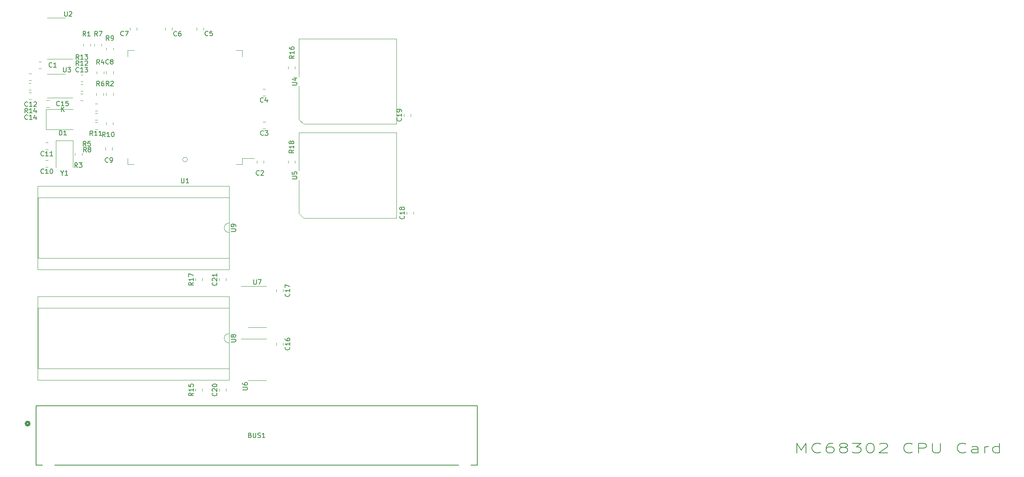
<source format=gbr>
%TF.GenerationSoftware,KiCad,Pcbnew,(6.0.7)*%
%TF.CreationDate,2023-04-14T14:37:01-06:00*%
%TF.ProjectId,mc68302-cpu-card,6d633638-3330-4322-9d63-70752d636172,rev?*%
%TF.SameCoordinates,Original*%
%TF.FileFunction,Legend,Top*%
%TF.FilePolarity,Positive*%
%FSLAX46Y46*%
G04 Gerber Fmt 4.6, Leading zero omitted, Abs format (unit mm)*
G04 Created by KiCad (PCBNEW (6.0.7)) date 2023-04-14 14:37:01*
%MOMM*%
%LPD*%
G01*
G04 APERTURE LIST*
%ADD10C,0.150000*%
%ADD11C,0.152400*%
%ADD12C,0.508000*%
%ADD13C,0.120000*%
G04 APERTURE END LIST*
D10*
X244498342Y-95087961D02*
X244498342Y-93087961D01*
X245498342Y-94516533D01*
X246498342Y-93087961D01*
X246498342Y-95087961D01*
X249641200Y-94897485D02*
X249498342Y-94992723D01*
X249069771Y-95087961D01*
X248784057Y-95087961D01*
X248355485Y-94992723D01*
X248069771Y-94802247D01*
X247926914Y-94611771D01*
X247784057Y-94230819D01*
X247784057Y-93945104D01*
X247926914Y-93564152D01*
X248069771Y-93373676D01*
X248355485Y-93183200D01*
X248784057Y-93087961D01*
X249069771Y-93087961D01*
X249498342Y-93183200D01*
X249641200Y-93278438D01*
X252212628Y-93087961D02*
X251641200Y-93087961D01*
X251355485Y-93183200D01*
X251212628Y-93278438D01*
X250926914Y-93564152D01*
X250784057Y-93945104D01*
X250784057Y-94707009D01*
X250926914Y-94897485D01*
X251069771Y-94992723D01*
X251355485Y-95087961D01*
X251926914Y-95087961D01*
X252212628Y-94992723D01*
X252355485Y-94897485D01*
X252498342Y-94707009D01*
X252498342Y-94230819D01*
X252355485Y-94040342D01*
X252212628Y-93945104D01*
X251926914Y-93849866D01*
X251355485Y-93849866D01*
X251069771Y-93945104D01*
X250926914Y-94040342D01*
X250784057Y-94230819D01*
X254212628Y-93945104D02*
X253926914Y-93849866D01*
X253784057Y-93754628D01*
X253641200Y-93564152D01*
X253641200Y-93468914D01*
X253784057Y-93278438D01*
X253926914Y-93183200D01*
X254212628Y-93087961D01*
X254784057Y-93087961D01*
X255069771Y-93183200D01*
X255212628Y-93278438D01*
X255355485Y-93468914D01*
X255355485Y-93564152D01*
X255212628Y-93754628D01*
X255069771Y-93849866D01*
X254784057Y-93945104D01*
X254212628Y-93945104D01*
X253926914Y-94040342D01*
X253784057Y-94135580D01*
X253641200Y-94326057D01*
X253641200Y-94707009D01*
X253784057Y-94897485D01*
X253926914Y-94992723D01*
X254212628Y-95087961D01*
X254784057Y-95087961D01*
X255069771Y-94992723D01*
X255212628Y-94897485D01*
X255355485Y-94707009D01*
X255355485Y-94326057D01*
X255212628Y-94135580D01*
X255069771Y-94040342D01*
X254784057Y-93945104D01*
X256355485Y-93087961D02*
X258212628Y-93087961D01*
X257212628Y-93849866D01*
X257641200Y-93849866D01*
X257926914Y-93945104D01*
X258069771Y-94040342D01*
X258212628Y-94230819D01*
X258212628Y-94707009D01*
X258069771Y-94897485D01*
X257926914Y-94992723D01*
X257641200Y-95087961D01*
X256784057Y-95087961D01*
X256498342Y-94992723D01*
X256355485Y-94897485D01*
X260069771Y-93087961D02*
X260355485Y-93087961D01*
X260641200Y-93183200D01*
X260784057Y-93278438D01*
X260926914Y-93468914D01*
X261069771Y-93849866D01*
X261069771Y-94326057D01*
X260926914Y-94707009D01*
X260784057Y-94897485D01*
X260641200Y-94992723D01*
X260355485Y-95087961D01*
X260069771Y-95087961D01*
X259784057Y-94992723D01*
X259641200Y-94897485D01*
X259498342Y-94707009D01*
X259355485Y-94326057D01*
X259355485Y-93849866D01*
X259498342Y-93468914D01*
X259641200Y-93278438D01*
X259784057Y-93183200D01*
X260069771Y-93087961D01*
X262212628Y-93278438D02*
X262355485Y-93183200D01*
X262641200Y-93087961D01*
X263355485Y-93087961D01*
X263641200Y-93183200D01*
X263784057Y-93278438D01*
X263926914Y-93468914D01*
X263926914Y-93659390D01*
X263784057Y-93945104D01*
X262069771Y-95087961D01*
X263926914Y-95087961D01*
X269212628Y-94897485D02*
X269069771Y-94992723D01*
X268641200Y-95087961D01*
X268355485Y-95087961D01*
X267926914Y-94992723D01*
X267641200Y-94802247D01*
X267498342Y-94611771D01*
X267355485Y-94230819D01*
X267355485Y-93945104D01*
X267498342Y-93564152D01*
X267641200Y-93373676D01*
X267926914Y-93183200D01*
X268355485Y-93087961D01*
X268641200Y-93087961D01*
X269069771Y-93183200D01*
X269212628Y-93278438D01*
X270498342Y-95087961D02*
X270498342Y-93087961D01*
X271641200Y-93087961D01*
X271926914Y-93183200D01*
X272069771Y-93278438D01*
X272212628Y-93468914D01*
X272212628Y-93754628D01*
X272069771Y-93945104D01*
X271926914Y-94040342D01*
X271641200Y-94135580D01*
X270498342Y-94135580D01*
X273498342Y-93087961D02*
X273498342Y-94707009D01*
X273641200Y-94897485D01*
X273784057Y-94992723D01*
X274069771Y-95087961D01*
X274641200Y-95087961D01*
X274926914Y-94992723D01*
X275069771Y-94897485D01*
X275212628Y-94707009D01*
X275212628Y-93087961D01*
X280641200Y-94897485D02*
X280498342Y-94992723D01*
X280069771Y-95087961D01*
X279784057Y-95087961D01*
X279355485Y-94992723D01*
X279069771Y-94802247D01*
X278926914Y-94611771D01*
X278784057Y-94230819D01*
X278784057Y-93945104D01*
X278926914Y-93564152D01*
X279069771Y-93373676D01*
X279355485Y-93183200D01*
X279784057Y-93087961D01*
X280069771Y-93087961D01*
X280498342Y-93183200D01*
X280641200Y-93278438D01*
X283212628Y-95087961D02*
X283212628Y-94040342D01*
X283069771Y-93849866D01*
X282784057Y-93754628D01*
X282212628Y-93754628D01*
X281926914Y-93849866D01*
X283212628Y-94992723D02*
X282926914Y-95087961D01*
X282212628Y-95087961D01*
X281926914Y-94992723D01*
X281784057Y-94802247D01*
X281784057Y-94611771D01*
X281926914Y-94421295D01*
X282212628Y-94326057D01*
X282926914Y-94326057D01*
X283212628Y-94230819D01*
X284641200Y-95087961D02*
X284641200Y-93754628D01*
X284641200Y-94135580D02*
X284784057Y-93945104D01*
X284926914Y-93849866D01*
X285212628Y-93754628D01*
X285498342Y-93754628D01*
X287784057Y-95087961D02*
X287784057Y-93087961D01*
X287784057Y-94992723D02*
X287498342Y-95087961D01*
X286926914Y-95087961D01*
X286641200Y-94992723D01*
X286498342Y-94897485D01*
X286355485Y-94707009D01*
X286355485Y-94135580D01*
X286498342Y-93945104D01*
X286641200Y-93849866D01*
X286926914Y-93754628D01*
X287498342Y-93754628D01*
X287784057Y-93849866D01*
%TO.C,BUS1*%
X127754238Y-91330471D02*
X127897095Y-91378090D01*
X127944714Y-91425709D01*
X127992333Y-91520947D01*
X127992333Y-91663804D01*
X127944714Y-91759042D01*
X127897095Y-91806661D01*
X127801857Y-91854280D01*
X127420904Y-91854280D01*
X127420904Y-90854280D01*
X127754238Y-90854280D01*
X127849476Y-90901900D01*
X127897095Y-90949519D01*
X127944714Y-91044757D01*
X127944714Y-91139995D01*
X127897095Y-91235233D01*
X127849476Y-91282852D01*
X127754238Y-91330471D01*
X127420904Y-91330471D01*
X128420904Y-90854280D02*
X128420904Y-91663804D01*
X128468523Y-91759042D01*
X128516142Y-91806661D01*
X128611380Y-91854280D01*
X128801857Y-91854280D01*
X128897095Y-91806661D01*
X128944714Y-91759042D01*
X128992333Y-91663804D01*
X128992333Y-90854280D01*
X129420904Y-91806661D02*
X129563761Y-91854280D01*
X129801857Y-91854280D01*
X129897095Y-91806661D01*
X129944714Y-91759042D01*
X129992333Y-91663804D01*
X129992333Y-91568566D01*
X129944714Y-91473328D01*
X129897095Y-91425709D01*
X129801857Y-91378090D01*
X129611380Y-91330471D01*
X129516142Y-91282852D01*
X129468523Y-91235233D01*
X129420904Y-91139995D01*
X129420904Y-91044757D01*
X129468523Y-90949519D01*
X129516142Y-90901900D01*
X129611380Y-90854280D01*
X129849476Y-90854280D01*
X129992333Y-90901900D01*
X130944714Y-91854280D02*
X130373285Y-91854280D01*
X130659000Y-91854280D02*
X130659000Y-90854280D01*
X130563761Y-90997138D01*
X130468523Y-91092376D01*
X130373285Y-91139995D01*
%TO.C,U8*%
X123702380Y-71373904D02*
X124511904Y-71373904D01*
X124607142Y-71326285D01*
X124654761Y-71278666D01*
X124702380Y-71183428D01*
X124702380Y-70992952D01*
X124654761Y-70897714D01*
X124607142Y-70850095D01*
X124511904Y-70802476D01*
X123702380Y-70802476D01*
X124130952Y-70183428D02*
X124083333Y-70278666D01*
X124035714Y-70326285D01*
X123940476Y-70373904D01*
X123892857Y-70373904D01*
X123797619Y-70326285D01*
X123750000Y-70278666D01*
X123702380Y-70183428D01*
X123702380Y-69992952D01*
X123750000Y-69897714D01*
X123797619Y-69850095D01*
X123892857Y-69802476D01*
X123940476Y-69802476D01*
X124035714Y-69850095D01*
X124083333Y-69897714D01*
X124130952Y-69992952D01*
X124130952Y-70183428D01*
X124178571Y-70278666D01*
X124226190Y-70326285D01*
X124321428Y-70373904D01*
X124511904Y-70373904D01*
X124607142Y-70326285D01*
X124654761Y-70278666D01*
X124702380Y-70183428D01*
X124702380Y-69992952D01*
X124654761Y-69897714D01*
X124607142Y-69850095D01*
X124511904Y-69802476D01*
X124321428Y-69802476D01*
X124226190Y-69850095D01*
X124178571Y-69897714D01*
X124130952Y-69992952D01*
%TO.C,D1*%
X87018904Y-27173180D02*
X87018904Y-26173180D01*
X87257000Y-26173180D01*
X87399857Y-26220800D01*
X87495095Y-26316038D01*
X87542714Y-26411276D01*
X87590333Y-26601752D01*
X87590333Y-26744609D01*
X87542714Y-26935085D01*
X87495095Y-27030323D01*
X87399857Y-27125561D01*
X87257000Y-27173180D01*
X87018904Y-27173180D01*
X88542714Y-27173180D02*
X87971285Y-27173180D01*
X88257000Y-27173180D02*
X88257000Y-26173180D01*
X88161761Y-26316038D01*
X88066523Y-26411276D01*
X87971285Y-26458895D01*
X87495095Y-22152180D02*
X87495095Y-21152180D01*
X88066523Y-22152180D02*
X87637952Y-21580752D01*
X88066523Y-21152180D02*
X87495095Y-21723609D01*
%TO.C,U6*%
X126198380Y-81640504D02*
X127007904Y-81640504D01*
X127103142Y-81592885D01*
X127150761Y-81545266D01*
X127198380Y-81450028D01*
X127198380Y-81259552D01*
X127150761Y-81164314D01*
X127103142Y-81116695D01*
X127007904Y-81069076D01*
X126198380Y-81069076D01*
X126198380Y-80164314D02*
X126198380Y-80354790D01*
X126246000Y-80450028D01*
X126293619Y-80497647D01*
X126436476Y-80592885D01*
X126626952Y-80640504D01*
X127007904Y-80640504D01*
X127103142Y-80592885D01*
X127150761Y-80545266D01*
X127198380Y-80450028D01*
X127198380Y-80259552D01*
X127150761Y-80164314D01*
X127103142Y-80116695D01*
X127007904Y-80069076D01*
X126769809Y-80069076D01*
X126674571Y-80116695D01*
X126626952Y-80164314D01*
X126579333Y-80259552D01*
X126579333Y-80450028D01*
X126626952Y-80545266D01*
X126674571Y-80592885D01*
X126769809Y-80640504D01*
%TO.C,Y1*%
X87636409Y-35256790D02*
X87636409Y-35732980D01*
X87303076Y-34732980D02*
X87636409Y-35256790D01*
X87969742Y-34732980D01*
X88826885Y-35732980D02*
X88255457Y-35732980D01*
X88541171Y-35732980D02*
X88541171Y-34732980D01*
X88445933Y-34875838D01*
X88350695Y-34971076D01*
X88255457Y-35018695D01*
%TO.C,U7*%
X128524095Y-58058380D02*
X128524095Y-58867904D01*
X128571714Y-58963142D01*
X128619333Y-59010761D01*
X128714571Y-59058380D01*
X128905047Y-59058380D01*
X129000285Y-59010761D01*
X129047904Y-58963142D01*
X129095523Y-58867904D01*
X129095523Y-58058380D01*
X129476476Y-58058380D02*
X130143142Y-58058380D01*
X129714571Y-59058380D01*
%TO.C,U9*%
X123702380Y-47751904D02*
X124511904Y-47751904D01*
X124607142Y-47704285D01*
X124654761Y-47656666D01*
X124702380Y-47561428D01*
X124702380Y-47370952D01*
X124654761Y-47275714D01*
X124607142Y-47228095D01*
X124511904Y-47180476D01*
X123702380Y-47180476D01*
X124702380Y-46656666D02*
X124702380Y-46466190D01*
X124654761Y-46370952D01*
X124607142Y-46323333D01*
X124464285Y-46228095D01*
X124273809Y-46180476D01*
X123892857Y-46180476D01*
X123797619Y-46228095D01*
X123750000Y-46275714D01*
X123702380Y-46370952D01*
X123702380Y-46561428D01*
X123750000Y-46656666D01*
X123797619Y-46704285D01*
X123892857Y-46751904D01*
X124130952Y-46751904D01*
X124226190Y-46704285D01*
X124273809Y-46656666D01*
X124321428Y-46561428D01*
X124321428Y-46370952D01*
X124273809Y-46275714D01*
X124226190Y-46228095D01*
X124130952Y-46180476D01*
%TO.C,U5*%
X136765580Y-36543704D02*
X137575104Y-36543704D01*
X137670342Y-36496085D01*
X137717961Y-36448466D01*
X137765580Y-36353228D01*
X137765580Y-36162752D01*
X137717961Y-36067514D01*
X137670342Y-36019895D01*
X137575104Y-35972276D01*
X136765580Y-35972276D01*
X136765580Y-35019895D02*
X136765580Y-35496085D01*
X137241771Y-35543704D01*
X137194152Y-35496085D01*
X137146533Y-35400847D01*
X137146533Y-35162752D01*
X137194152Y-35067514D01*
X137241771Y-35019895D01*
X137337009Y-34972276D01*
X137575104Y-34972276D01*
X137670342Y-35019895D01*
X137717961Y-35067514D01*
X137765580Y-35162752D01*
X137765580Y-35400847D01*
X137717961Y-35496085D01*
X137670342Y-35543704D01*
%TO.C,U4*%
X136765580Y-16433704D02*
X137575104Y-16433704D01*
X137670342Y-16386085D01*
X137717961Y-16338466D01*
X137765580Y-16243228D01*
X137765580Y-16052752D01*
X137717961Y-15957514D01*
X137670342Y-15909895D01*
X137575104Y-15862276D01*
X136765580Y-15862276D01*
X137098914Y-14957514D02*
X137765580Y-14957514D01*
X136717961Y-15195609D02*
X137432247Y-15433704D01*
X137432247Y-14814657D01*
%TO.C,U3*%
X87884095Y-12660380D02*
X87884095Y-13469904D01*
X87931714Y-13565142D01*
X87979333Y-13612761D01*
X88074571Y-13660380D01*
X88265047Y-13660380D01*
X88360285Y-13612761D01*
X88407904Y-13565142D01*
X88455523Y-13469904D01*
X88455523Y-12660380D01*
X88836476Y-12660380D02*
X89455523Y-12660380D01*
X89122190Y-13041333D01*
X89265047Y-13041333D01*
X89360285Y-13088952D01*
X89407904Y-13136571D01*
X89455523Y-13231809D01*
X89455523Y-13469904D01*
X89407904Y-13565142D01*
X89360285Y-13612761D01*
X89265047Y-13660380D01*
X88979333Y-13660380D01*
X88884095Y-13612761D01*
X88836476Y-13565142D01*
%TO.C,U2*%
X88138095Y-722380D02*
X88138095Y-1531904D01*
X88185714Y-1627142D01*
X88233333Y-1674761D01*
X88328571Y-1722380D01*
X88519047Y-1722380D01*
X88614285Y-1674761D01*
X88661904Y-1627142D01*
X88709523Y-1531904D01*
X88709523Y-722380D01*
X89138095Y-817619D02*
X89185714Y-770000D01*
X89280952Y-722380D01*
X89519047Y-722380D01*
X89614285Y-770000D01*
X89661904Y-817619D01*
X89709523Y-912857D01*
X89709523Y-1008095D01*
X89661904Y-1150952D01*
X89090476Y-1722380D01*
X89709523Y-1722380D01*
%TO.C,R18*%
X137104380Y-30335457D02*
X136628190Y-30668790D01*
X137104380Y-30906885D02*
X136104380Y-30906885D01*
X136104380Y-30525933D01*
X136152000Y-30430695D01*
X136199619Y-30383076D01*
X136294857Y-30335457D01*
X136437714Y-30335457D01*
X136532952Y-30383076D01*
X136580571Y-30430695D01*
X136628190Y-30525933D01*
X136628190Y-30906885D01*
X137104380Y-29383076D02*
X137104380Y-29954504D01*
X137104380Y-29668790D02*
X136104380Y-29668790D01*
X136247238Y-29764028D01*
X136342476Y-29859266D01*
X136390095Y-29954504D01*
X136532952Y-28811647D02*
X136485333Y-28906885D01*
X136437714Y-28954504D01*
X136342476Y-29002123D01*
X136294857Y-29002123D01*
X136199619Y-28954504D01*
X136152000Y-28906885D01*
X136104380Y-28811647D01*
X136104380Y-28621171D01*
X136152000Y-28525933D01*
X136199619Y-28478314D01*
X136294857Y-28430695D01*
X136342476Y-28430695D01*
X136437714Y-28478314D01*
X136485333Y-28525933D01*
X136532952Y-28621171D01*
X136532952Y-28811647D01*
X136580571Y-28906885D01*
X136628190Y-28954504D01*
X136723428Y-29002123D01*
X136913904Y-29002123D01*
X137009142Y-28954504D01*
X137056761Y-28906885D01*
X137104380Y-28811647D01*
X137104380Y-28621171D01*
X137056761Y-28525933D01*
X137009142Y-28478314D01*
X136913904Y-28430695D01*
X136723428Y-28430695D01*
X136628190Y-28478314D01*
X136580571Y-28525933D01*
X136532952Y-28621171D01*
%TO.C,R17*%
X115642380Y-58686857D02*
X115166190Y-59020190D01*
X115642380Y-59258285D02*
X114642380Y-59258285D01*
X114642380Y-58877333D01*
X114690000Y-58782095D01*
X114737619Y-58734476D01*
X114832857Y-58686857D01*
X114975714Y-58686857D01*
X115070952Y-58734476D01*
X115118571Y-58782095D01*
X115166190Y-58877333D01*
X115166190Y-59258285D01*
X115642380Y-57734476D02*
X115642380Y-58305904D01*
X115642380Y-58020190D02*
X114642380Y-58020190D01*
X114785238Y-58115428D01*
X114880476Y-58210666D01*
X114928095Y-58305904D01*
X114642380Y-57401142D02*
X114642380Y-56734476D01*
X115642380Y-57163047D01*
%TO.C,R16*%
X137155180Y-10167857D02*
X136678990Y-10501190D01*
X137155180Y-10739285D02*
X136155180Y-10739285D01*
X136155180Y-10358333D01*
X136202800Y-10263095D01*
X136250419Y-10215476D01*
X136345657Y-10167857D01*
X136488514Y-10167857D01*
X136583752Y-10215476D01*
X136631371Y-10263095D01*
X136678990Y-10358333D01*
X136678990Y-10739285D01*
X137155180Y-9215476D02*
X137155180Y-9786904D01*
X137155180Y-9501190D02*
X136155180Y-9501190D01*
X136298038Y-9596428D01*
X136393276Y-9691666D01*
X136440895Y-9786904D01*
X136155180Y-8358333D02*
X136155180Y-8548809D01*
X136202800Y-8644047D01*
X136250419Y-8691666D01*
X136393276Y-8786904D01*
X136583752Y-8834523D01*
X136964704Y-8834523D01*
X137059942Y-8786904D01*
X137107561Y-8739285D01*
X137155180Y-8644047D01*
X137155180Y-8453571D01*
X137107561Y-8358333D01*
X137059942Y-8310714D01*
X136964704Y-8263095D01*
X136726609Y-8263095D01*
X136631371Y-8310714D01*
X136583752Y-8358333D01*
X136536133Y-8453571D01*
X136536133Y-8644047D01*
X136583752Y-8739285D01*
X136631371Y-8786904D01*
X136726609Y-8834523D01*
%TO.C,R15*%
X115642380Y-82308857D02*
X115166190Y-82642190D01*
X115642380Y-82880285D02*
X114642380Y-82880285D01*
X114642380Y-82499333D01*
X114690000Y-82404095D01*
X114737619Y-82356476D01*
X114832857Y-82308857D01*
X114975714Y-82308857D01*
X115070952Y-82356476D01*
X115118571Y-82404095D01*
X115166190Y-82499333D01*
X115166190Y-82880285D01*
X115642380Y-81356476D02*
X115642380Y-81927904D01*
X115642380Y-81642190D02*
X114642380Y-81642190D01*
X114785238Y-81737428D01*
X114880476Y-81832666D01*
X114928095Y-81927904D01*
X114642380Y-80451714D02*
X114642380Y-80927904D01*
X115118571Y-80975523D01*
X115070952Y-80927904D01*
X115023333Y-80832666D01*
X115023333Y-80594571D01*
X115070952Y-80499333D01*
X115118571Y-80451714D01*
X115213809Y-80404095D01*
X115451904Y-80404095D01*
X115547142Y-80451714D01*
X115594761Y-80499333D01*
X115642380Y-80594571D01*
X115642380Y-80832666D01*
X115594761Y-80927904D01*
X115547142Y-80975523D01*
%TO.C,R14*%
X80256142Y-22423380D02*
X79922809Y-21947190D01*
X79684714Y-22423380D02*
X79684714Y-21423380D01*
X80065666Y-21423380D01*
X80160904Y-21471000D01*
X80208523Y-21518619D01*
X80256142Y-21613857D01*
X80256142Y-21756714D01*
X80208523Y-21851952D01*
X80160904Y-21899571D01*
X80065666Y-21947190D01*
X79684714Y-21947190D01*
X81208523Y-22423380D02*
X80637095Y-22423380D01*
X80922809Y-22423380D02*
X80922809Y-21423380D01*
X80827571Y-21566238D01*
X80732333Y-21661476D01*
X80637095Y-21709095D01*
X82065666Y-21756714D02*
X82065666Y-22423380D01*
X81827571Y-21375761D02*
X81589476Y-22090047D01*
X82208523Y-22090047D01*
%TO.C,R13*%
X91178142Y-10942580D02*
X90844809Y-10466390D01*
X90606714Y-10942580D02*
X90606714Y-9942580D01*
X90987666Y-9942580D01*
X91082904Y-9990200D01*
X91130523Y-10037819D01*
X91178142Y-10133057D01*
X91178142Y-10275914D01*
X91130523Y-10371152D01*
X91082904Y-10418771D01*
X90987666Y-10466390D01*
X90606714Y-10466390D01*
X92130523Y-10942580D02*
X91559095Y-10942580D01*
X91844809Y-10942580D02*
X91844809Y-9942580D01*
X91749571Y-10085438D01*
X91654333Y-10180676D01*
X91559095Y-10228295D01*
X92463857Y-9942580D02*
X93082904Y-9942580D01*
X92749571Y-10323533D01*
X92892428Y-10323533D01*
X92987666Y-10371152D01*
X93035285Y-10418771D01*
X93082904Y-10514009D01*
X93082904Y-10752104D01*
X93035285Y-10847342D01*
X92987666Y-10894961D01*
X92892428Y-10942580D01*
X92606714Y-10942580D01*
X92511476Y-10894961D01*
X92463857Y-10847342D01*
%TO.C,R12*%
X91178142Y-12263380D02*
X90844809Y-11787190D01*
X90606714Y-12263380D02*
X90606714Y-11263380D01*
X90987666Y-11263380D01*
X91082904Y-11311000D01*
X91130523Y-11358619D01*
X91178142Y-11453857D01*
X91178142Y-11596714D01*
X91130523Y-11691952D01*
X91082904Y-11739571D01*
X90987666Y-11787190D01*
X90606714Y-11787190D01*
X92130523Y-12263380D02*
X91559095Y-12263380D01*
X91844809Y-12263380D02*
X91844809Y-11263380D01*
X91749571Y-11406238D01*
X91654333Y-11501476D01*
X91559095Y-11549095D01*
X92511476Y-11358619D02*
X92559095Y-11311000D01*
X92654333Y-11263380D01*
X92892428Y-11263380D01*
X92987666Y-11311000D01*
X93035285Y-11358619D01*
X93082904Y-11453857D01*
X93082904Y-11549095D01*
X93035285Y-11691952D01*
X92463857Y-12263380D01*
X93082904Y-12263380D01*
%TO.C,R11*%
X94175342Y-27249380D02*
X93842009Y-26773190D01*
X93603914Y-27249380D02*
X93603914Y-26249380D01*
X93984866Y-26249380D01*
X94080104Y-26297000D01*
X94127723Y-26344619D01*
X94175342Y-26439857D01*
X94175342Y-26582714D01*
X94127723Y-26677952D01*
X94080104Y-26725571D01*
X93984866Y-26773190D01*
X93603914Y-26773190D01*
X95127723Y-27249380D02*
X94556295Y-27249380D01*
X94842009Y-27249380D02*
X94842009Y-26249380D01*
X94746771Y-26392238D01*
X94651533Y-26487476D01*
X94556295Y-26535095D01*
X96080104Y-27249380D02*
X95508676Y-27249380D01*
X95794390Y-27249380D02*
X95794390Y-26249380D01*
X95699152Y-26392238D01*
X95603914Y-26487476D01*
X95508676Y-26535095D01*
%TO.C,R10*%
X96816942Y-27503380D02*
X96483609Y-27027190D01*
X96245514Y-27503380D02*
X96245514Y-26503380D01*
X96626466Y-26503380D01*
X96721704Y-26551000D01*
X96769323Y-26598619D01*
X96816942Y-26693857D01*
X96816942Y-26836714D01*
X96769323Y-26931952D01*
X96721704Y-26979571D01*
X96626466Y-27027190D01*
X96245514Y-27027190D01*
X97769323Y-27503380D02*
X97197895Y-27503380D01*
X97483609Y-27503380D02*
X97483609Y-26503380D01*
X97388371Y-26646238D01*
X97293133Y-26741476D01*
X97197895Y-26789095D01*
X98388371Y-26503380D02*
X98483609Y-26503380D01*
X98578847Y-26551000D01*
X98626466Y-26598619D01*
X98674085Y-26693857D01*
X98721704Y-26884333D01*
X98721704Y-27122428D01*
X98674085Y-27312904D01*
X98626466Y-27408142D01*
X98578847Y-27455761D01*
X98483609Y-27503380D01*
X98388371Y-27503380D01*
X98293133Y-27455761D01*
X98245514Y-27408142D01*
X98197895Y-27312904D01*
X98150276Y-27122428D01*
X98150276Y-26884333D01*
X98197895Y-26693857D01*
X98245514Y-26598619D01*
X98293133Y-26551000D01*
X98388371Y-26503380D01*
%TO.C,R9*%
X97648733Y-6878580D02*
X97315400Y-6402390D01*
X97077304Y-6878580D02*
X97077304Y-5878580D01*
X97458257Y-5878580D01*
X97553495Y-5926200D01*
X97601114Y-5973819D01*
X97648733Y-6069057D01*
X97648733Y-6211914D01*
X97601114Y-6307152D01*
X97553495Y-6354771D01*
X97458257Y-6402390D01*
X97077304Y-6402390D01*
X98124923Y-6878580D02*
X98315400Y-6878580D01*
X98410638Y-6830961D01*
X98458257Y-6783342D01*
X98553495Y-6640485D01*
X98601114Y-6450009D01*
X98601114Y-6069057D01*
X98553495Y-5973819D01*
X98505876Y-5926200D01*
X98410638Y-5878580D01*
X98220161Y-5878580D01*
X98124923Y-5926200D01*
X98077304Y-5973819D01*
X98029685Y-6069057D01*
X98029685Y-6307152D01*
X98077304Y-6402390D01*
X98124923Y-6450009D01*
X98220161Y-6497628D01*
X98410638Y-6497628D01*
X98505876Y-6450009D01*
X98553495Y-6402390D01*
X98601114Y-6307152D01*
%TO.C,R8*%
X92771933Y-30754580D02*
X92438600Y-30278390D01*
X92200504Y-30754580D02*
X92200504Y-29754580D01*
X92581457Y-29754580D01*
X92676695Y-29802200D01*
X92724314Y-29849819D01*
X92771933Y-29945057D01*
X92771933Y-30087914D01*
X92724314Y-30183152D01*
X92676695Y-30230771D01*
X92581457Y-30278390D01*
X92200504Y-30278390D01*
X93343361Y-30183152D02*
X93248123Y-30135533D01*
X93200504Y-30087914D01*
X93152885Y-29992676D01*
X93152885Y-29945057D01*
X93200504Y-29849819D01*
X93248123Y-29802200D01*
X93343361Y-29754580D01*
X93533838Y-29754580D01*
X93629076Y-29802200D01*
X93676695Y-29849819D01*
X93724314Y-29945057D01*
X93724314Y-29992676D01*
X93676695Y-30087914D01*
X93629076Y-30135533D01*
X93533838Y-30183152D01*
X93343361Y-30183152D01*
X93248123Y-30230771D01*
X93200504Y-30278390D01*
X93152885Y-30373628D01*
X93152885Y-30564104D01*
X93200504Y-30659342D01*
X93248123Y-30706961D01*
X93343361Y-30754580D01*
X93533838Y-30754580D01*
X93629076Y-30706961D01*
X93676695Y-30659342D01*
X93724314Y-30564104D01*
X93724314Y-30373628D01*
X93676695Y-30278390D01*
X93629076Y-30230771D01*
X93533838Y-30183152D01*
%TO.C,R7*%
X95159533Y-5964180D02*
X94826200Y-5487990D01*
X94588104Y-5964180D02*
X94588104Y-4964180D01*
X94969057Y-4964180D01*
X95064295Y-5011800D01*
X95111914Y-5059419D01*
X95159533Y-5154657D01*
X95159533Y-5297514D01*
X95111914Y-5392752D01*
X95064295Y-5440371D01*
X94969057Y-5487990D01*
X94588104Y-5487990D01*
X95492866Y-4964180D02*
X96159533Y-4964180D01*
X95730961Y-5964180D01*
%TO.C,R6*%
X95616733Y-16632180D02*
X95283400Y-16155990D01*
X95045304Y-16632180D02*
X95045304Y-15632180D01*
X95426257Y-15632180D01*
X95521495Y-15679800D01*
X95569114Y-15727419D01*
X95616733Y-15822657D01*
X95616733Y-15965514D01*
X95569114Y-16060752D01*
X95521495Y-16108371D01*
X95426257Y-16155990D01*
X95045304Y-16155990D01*
X96473876Y-15632180D02*
X96283400Y-15632180D01*
X96188161Y-15679800D01*
X96140542Y-15727419D01*
X96045304Y-15870276D01*
X95997685Y-16060752D01*
X95997685Y-16441704D01*
X96045304Y-16536942D01*
X96092923Y-16584561D01*
X96188161Y-16632180D01*
X96378638Y-16632180D01*
X96473876Y-16584561D01*
X96521495Y-16536942D01*
X96569114Y-16441704D01*
X96569114Y-16203609D01*
X96521495Y-16108371D01*
X96473876Y-16060752D01*
X96378638Y-16013133D01*
X96188161Y-16013133D01*
X96092923Y-16060752D01*
X96045304Y-16108371D01*
X95997685Y-16203609D01*
%TO.C,R5*%
X92721133Y-29484580D02*
X92387800Y-29008390D01*
X92149704Y-29484580D02*
X92149704Y-28484580D01*
X92530657Y-28484580D01*
X92625895Y-28532200D01*
X92673514Y-28579819D01*
X92721133Y-28675057D01*
X92721133Y-28817914D01*
X92673514Y-28913152D01*
X92625895Y-28960771D01*
X92530657Y-29008390D01*
X92149704Y-29008390D01*
X93625895Y-28484580D02*
X93149704Y-28484580D01*
X93102085Y-28960771D01*
X93149704Y-28913152D01*
X93244942Y-28865533D01*
X93483038Y-28865533D01*
X93578276Y-28913152D01*
X93625895Y-28960771D01*
X93673514Y-29056009D01*
X93673514Y-29294104D01*
X93625895Y-29389342D01*
X93578276Y-29436961D01*
X93483038Y-29484580D01*
X93244942Y-29484580D01*
X93149704Y-29436961D01*
X93102085Y-29389342D01*
%TO.C,R4*%
X95616733Y-12009380D02*
X95283400Y-11533190D01*
X95045304Y-12009380D02*
X95045304Y-11009380D01*
X95426257Y-11009380D01*
X95521495Y-11057000D01*
X95569114Y-11104619D01*
X95616733Y-11199857D01*
X95616733Y-11342714D01*
X95569114Y-11437952D01*
X95521495Y-11485571D01*
X95426257Y-11533190D01*
X95045304Y-11533190D01*
X96473876Y-11342714D02*
X96473876Y-12009380D01*
X96235780Y-10961761D02*
X95997685Y-11676047D01*
X96616733Y-11676047D01*
%TO.C,R3*%
X90892333Y-34056580D02*
X90559000Y-33580390D01*
X90320904Y-34056580D02*
X90320904Y-33056580D01*
X90701857Y-33056580D01*
X90797095Y-33104200D01*
X90844714Y-33151819D01*
X90892333Y-33247057D01*
X90892333Y-33389914D01*
X90844714Y-33485152D01*
X90797095Y-33532771D01*
X90701857Y-33580390D01*
X90320904Y-33580390D01*
X91225666Y-33056580D02*
X91844714Y-33056580D01*
X91511380Y-33437533D01*
X91654238Y-33437533D01*
X91749476Y-33485152D01*
X91797095Y-33532771D01*
X91844714Y-33628009D01*
X91844714Y-33866104D01*
X91797095Y-33961342D01*
X91749476Y-34008961D01*
X91654238Y-34056580D01*
X91368523Y-34056580D01*
X91273285Y-34008961D01*
X91225666Y-33961342D01*
%TO.C,R2*%
X97597933Y-16632180D02*
X97264600Y-16155990D01*
X97026504Y-16632180D02*
X97026504Y-15632180D01*
X97407457Y-15632180D01*
X97502695Y-15679800D01*
X97550314Y-15727419D01*
X97597933Y-15822657D01*
X97597933Y-15965514D01*
X97550314Y-16060752D01*
X97502695Y-16108371D01*
X97407457Y-16155990D01*
X97026504Y-16155990D01*
X97978885Y-15727419D02*
X98026504Y-15679800D01*
X98121742Y-15632180D01*
X98359838Y-15632180D01*
X98455076Y-15679800D01*
X98502695Y-15727419D01*
X98550314Y-15822657D01*
X98550314Y-15917895D01*
X98502695Y-16060752D01*
X97931266Y-16632180D01*
X98550314Y-16632180D01*
%TO.C,R1*%
X92670333Y-5964180D02*
X92337000Y-5487990D01*
X92098904Y-5964180D02*
X92098904Y-4964180D01*
X92479857Y-4964180D01*
X92575095Y-5011800D01*
X92622714Y-5059419D01*
X92670333Y-5154657D01*
X92670333Y-5297514D01*
X92622714Y-5392752D01*
X92575095Y-5440371D01*
X92479857Y-5487990D01*
X92098904Y-5487990D01*
X93622714Y-5964180D02*
X93051285Y-5964180D01*
X93337000Y-5964180D02*
X93337000Y-4964180D01*
X93241761Y-5107038D01*
X93146523Y-5202276D01*
X93051285Y-5249895D01*
%TO.C,C21*%
X120597142Y-58686857D02*
X120644761Y-58734476D01*
X120692380Y-58877333D01*
X120692380Y-58972571D01*
X120644761Y-59115428D01*
X120549523Y-59210666D01*
X120454285Y-59258285D01*
X120263809Y-59305904D01*
X120120952Y-59305904D01*
X119930476Y-59258285D01*
X119835238Y-59210666D01*
X119740000Y-59115428D01*
X119692380Y-58972571D01*
X119692380Y-58877333D01*
X119740000Y-58734476D01*
X119787619Y-58686857D01*
X119787619Y-58305904D02*
X119740000Y-58258285D01*
X119692380Y-58163047D01*
X119692380Y-57924952D01*
X119740000Y-57829714D01*
X119787619Y-57782095D01*
X119882857Y-57734476D01*
X119978095Y-57734476D01*
X120120952Y-57782095D01*
X120692380Y-58353523D01*
X120692380Y-57734476D01*
X120692380Y-56782095D02*
X120692380Y-57353523D01*
X120692380Y-57067809D02*
X119692380Y-57067809D01*
X119835238Y-57163047D01*
X119930476Y-57258285D01*
X119978095Y-57353523D01*
%TO.C,C20*%
X120597142Y-82308857D02*
X120644761Y-82356476D01*
X120692380Y-82499333D01*
X120692380Y-82594571D01*
X120644761Y-82737428D01*
X120549523Y-82832666D01*
X120454285Y-82880285D01*
X120263809Y-82927904D01*
X120120952Y-82927904D01*
X119930476Y-82880285D01*
X119835238Y-82832666D01*
X119740000Y-82737428D01*
X119692380Y-82594571D01*
X119692380Y-82499333D01*
X119740000Y-82356476D01*
X119787619Y-82308857D01*
X119787619Y-81927904D02*
X119740000Y-81880285D01*
X119692380Y-81785047D01*
X119692380Y-81546952D01*
X119740000Y-81451714D01*
X119787619Y-81404095D01*
X119882857Y-81356476D01*
X119978095Y-81356476D01*
X120120952Y-81404095D01*
X120692380Y-81975523D01*
X120692380Y-81356476D01*
X119692380Y-80737428D02*
X119692380Y-80642190D01*
X119740000Y-80546952D01*
X119787619Y-80499333D01*
X119882857Y-80451714D01*
X120073333Y-80404095D01*
X120311428Y-80404095D01*
X120501904Y-80451714D01*
X120597142Y-80499333D01*
X120644761Y-80546952D01*
X120692380Y-80642190D01*
X120692380Y-80737428D01*
X120644761Y-80832666D01*
X120597142Y-80880285D01*
X120501904Y-80927904D01*
X120311428Y-80975523D01*
X120073333Y-80975523D01*
X119882857Y-80927904D01*
X119787619Y-80880285D01*
X119740000Y-80832666D01*
X119692380Y-80737428D01*
%TO.C,C19*%
X160017942Y-23528257D02*
X160065561Y-23575876D01*
X160113180Y-23718733D01*
X160113180Y-23813971D01*
X160065561Y-23956828D01*
X159970323Y-24052066D01*
X159875085Y-24099685D01*
X159684609Y-24147304D01*
X159541752Y-24147304D01*
X159351276Y-24099685D01*
X159256038Y-24052066D01*
X159160800Y-23956828D01*
X159113180Y-23813971D01*
X159113180Y-23718733D01*
X159160800Y-23575876D01*
X159208419Y-23528257D01*
X160113180Y-22575876D02*
X160113180Y-23147304D01*
X160113180Y-22861590D02*
X159113180Y-22861590D01*
X159256038Y-22956828D01*
X159351276Y-23052066D01*
X159398895Y-23147304D01*
X160113180Y-22099685D02*
X160113180Y-21909209D01*
X160065561Y-21813971D01*
X160017942Y-21766352D01*
X159875085Y-21671114D01*
X159684609Y-21623495D01*
X159303657Y-21623495D01*
X159208419Y-21671114D01*
X159160800Y-21718733D01*
X159113180Y-21813971D01*
X159113180Y-22004447D01*
X159160800Y-22099685D01*
X159208419Y-22147304D01*
X159303657Y-22194923D01*
X159541752Y-22194923D01*
X159636990Y-22147304D01*
X159684609Y-22099685D01*
X159732228Y-22004447D01*
X159732228Y-21813971D01*
X159684609Y-21718733D01*
X159636990Y-21671114D01*
X159541752Y-21623495D01*
%TO.C,C18*%
X160627542Y-44457857D02*
X160675161Y-44505476D01*
X160722780Y-44648333D01*
X160722780Y-44743571D01*
X160675161Y-44886428D01*
X160579923Y-44981666D01*
X160484685Y-45029285D01*
X160294209Y-45076904D01*
X160151352Y-45076904D01*
X159960876Y-45029285D01*
X159865638Y-44981666D01*
X159770400Y-44886428D01*
X159722780Y-44743571D01*
X159722780Y-44648333D01*
X159770400Y-44505476D01*
X159818019Y-44457857D01*
X160722780Y-43505476D02*
X160722780Y-44076904D01*
X160722780Y-43791190D02*
X159722780Y-43791190D01*
X159865638Y-43886428D01*
X159960876Y-43981666D01*
X160008495Y-44076904D01*
X160151352Y-42934047D02*
X160103733Y-43029285D01*
X160056114Y-43076904D01*
X159960876Y-43124523D01*
X159913257Y-43124523D01*
X159818019Y-43076904D01*
X159770400Y-43029285D01*
X159722780Y-42934047D01*
X159722780Y-42743571D01*
X159770400Y-42648333D01*
X159818019Y-42600714D01*
X159913257Y-42553095D01*
X159960876Y-42553095D01*
X160056114Y-42600714D01*
X160103733Y-42648333D01*
X160151352Y-42743571D01*
X160151352Y-42934047D01*
X160198971Y-43029285D01*
X160246590Y-43076904D01*
X160341828Y-43124523D01*
X160532304Y-43124523D01*
X160627542Y-43076904D01*
X160675161Y-43029285D01*
X160722780Y-42934047D01*
X160722780Y-42743571D01*
X160675161Y-42648333D01*
X160627542Y-42600714D01*
X160532304Y-42553095D01*
X160341828Y-42553095D01*
X160246590Y-42600714D01*
X160198971Y-42648333D01*
X160151352Y-42743571D01*
%TO.C,C17*%
X136149142Y-61049057D02*
X136196761Y-61096676D01*
X136244380Y-61239533D01*
X136244380Y-61334771D01*
X136196761Y-61477628D01*
X136101523Y-61572866D01*
X136006285Y-61620485D01*
X135815809Y-61668104D01*
X135672952Y-61668104D01*
X135482476Y-61620485D01*
X135387238Y-61572866D01*
X135292000Y-61477628D01*
X135244380Y-61334771D01*
X135244380Y-61239533D01*
X135292000Y-61096676D01*
X135339619Y-61049057D01*
X136244380Y-60096676D02*
X136244380Y-60668104D01*
X136244380Y-60382390D02*
X135244380Y-60382390D01*
X135387238Y-60477628D01*
X135482476Y-60572866D01*
X135530095Y-60668104D01*
X135244380Y-59763342D02*
X135244380Y-59096676D01*
X136244380Y-59525247D01*
%TO.C,C16*%
X136145542Y-72479057D02*
X136193161Y-72526676D01*
X136240780Y-72669533D01*
X136240780Y-72764771D01*
X136193161Y-72907628D01*
X136097923Y-73002866D01*
X136002685Y-73050485D01*
X135812209Y-73098104D01*
X135669352Y-73098104D01*
X135478876Y-73050485D01*
X135383638Y-73002866D01*
X135288400Y-72907628D01*
X135240780Y-72764771D01*
X135240780Y-72669533D01*
X135288400Y-72526676D01*
X135336019Y-72479057D01*
X136240780Y-71526676D02*
X136240780Y-72098104D01*
X136240780Y-71812390D02*
X135240780Y-71812390D01*
X135383638Y-71907628D01*
X135478876Y-72002866D01*
X135526495Y-72098104D01*
X135240780Y-70669533D02*
X135240780Y-70860009D01*
X135288400Y-70955247D01*
X135336019Y-71002866D01*
X135478876Y-71098104D01*
X135669352Y-71145723D01*
X136050304Y-71145723D01*
X136145542Y-71098104D01*
X136193161Y-71050485D01*
X136240780Y-70955247D01*
X136240780Y-70764771D01*
X136193161Y-70669533D01*
X136145542Y-70621914D01*
X136050304Y-70574295D01*
X135812209Y-70574295D01*
X135716971Y-70621914D01*
X135669352Y-70669533D01*
X135621733Y-70764771D01*
X135621733Y-70955247D01*
X135669352Y-71050485D01*
X135716971Y-71098104D01*
X135812209Y-71145723D01*
%TO.C,C15*%
X87063342Y-20804142D02*
X87015723Y-20851761D01*
X86872866Y-20899380D01*
X86777628Y-20899380D01*
X86634771Y-20851761D01*
X86539533Y-20756523D01*
X86491914Y-20661285D01*
X86444295Y-20470809D01*
X86444295Y-20327952D01*
X86491914Y-20137476D01*
X86539533Y-20042238D01*
X86634771Y-19947000D01*
X86777628Y-19899380D01*
X86872866Y-19899380D01*
X87015723Y-19947000D01*
X87063342Y-19994619D01*
X88015723Y-20899380D02*
X87444295Y-20899380D01*
X87730009Y-20899380D02*
X87730009Y-19899380D01*
X87634771Y-20042238D01*
X87539533Y-20137476D01*
X87444295Y-20185095D01*
X88920485Y-19899380D02*
X88444295Y-19899380D01*
X88396676Y-20375571D01*
X88444295Y-20327952D01*
X88539533Y-20280333D01*
X88777628Y-20280333D01*
X88872866Y-20327952D01*
X88920485Y-20375571D01*
X88968104Y-20470809D01*
X88968104Y-20708904D01*
X88920485Y-20804142D01*
X88872866Y-20851761D01*
X88777628Y-20899380D01*
X88539533Y-20899380D01*
X88444295Y-20851761D01*
X88396676Y-20804142D01*
%TO.C,C14*%
X80256142Y-23725142D02*
X80208523Y-23772761D01*
X80065666Y-23820380D01*
X79970428Y-23820380D01*
X79827571Y-23772761D01*
X79732333Y-23677523D01*
X79684714Y-23582285D01*
X79637095Y-23391809D01*
X79637095Y-23248952D01*
X79684714Y-23058476D01*
X79732333Y-22963238D01*
X79827571Y-22868000D01*
X79970428Y-22820380D01*
X80065666Y-22820380D01*
X80208523Y-22868000D01*
X80256142Y-22915619D01*
X81208523Y-23820380D02*
X80637095Y-23820380D01*
X80922809Y-23820380D02*
X80922809Y-22820380D01*
X80827571Y-22963238D01*
X80732333Y-23058476D01*
X80637095Y-23106095D01*
X82065666Y-23153714D02*
X82065666Y-23820380D01*
X81827571Y-22772761D02*
X81589476Y-23487047D01*
X82208523Y-23487047D01*
%TO.C,C13*%
X91178142Y-13565142D02*
X91130523Y-13612761D01*
X90987666Y-13660380D01*
X90892428Y-13660380D01*
X90749571Y-13612761D01*
X90654333Y-13517523D01*
X90606714Y-13422285D01*
X90559095Y-13231809D01*
X90559095Y-13088952D01*
X90606714Y-12898476D01*
X90654333Y-12803238D01*
X90749571Y-12708000D01*
X90892428Y-12660380D01*
X90987666Y-12660380D01*
X91130523Y-12708000D01*
X91178142Y-12755619D01*
X92130523Y-13660380D02*
X91559095Y-13660380D01*
X91844809Y-13660380D02*
X91844809Y-12660380D01*
X91749571Y-12803238D01*
X91654333Y-12898476D01*
X91559095Y-12946095D01*
X92463857Y-12660380D02*
X93082904Y-12660380D01*
X92749571Y-13041333D01*
X92892428Y-13041333D01*
X92987666Y-13088952D01*
X93035285Y-13136571D01*
X93082904Y-13231809D01*
X93082904Y-13469904D01*
X93035285Y-13565142D01*
X92987666Y-13612761D01*
X92892428Y-13660380D01*
X92606714Y-13660380D01*
X92511476Y-13612761D01*
X92463857Y-13565142D01*
%TO.C,C12*%
X80256142Y-20931142D02*
X80208523Y-20978761D01*
X80065666Y-21026380D01*
X79970428Y-21026380D01*
X79827571Y-20978761D01*
X79732333Y-20883523D01*
X79684714Y-20788285D01*
X79637095Y-20597809D01*
X79637095Y-20454952D01*
X79684714Y-20264476D01*
X79732333Y-20169238D01*
X79827571Y-20074000D01*
X79970428Y-20026380D01*
X80065666Y-20026380D01*
X80208523Y-20074000D01*
X80256142Y-20121619D01*
X81208523Y-21026380D02*
X80637095Y-21026380D01*
X80922809Y-21026380D02*
X80922809Y-20026380D01*
X80827571Y-20169238D01*
X80732333Y-20264476D01*
X80637095Y-20312095D01*
X81589476Y-20121619D02*
X81637095Y-20074000D01*
X81732333Y-20026380D01*
X81970428Y-20026380D01*
X82065666Y-20074000D01*
X82113285Y-20121619D01*
X82160904Y-20216857D01*
X82160904Y-20312095D01*
X82113285Y-20454952D01*
X81541857Y-21026380D01*
X82160904Y-21026380D01*
%TO.C,C11*%
X83710542Y-31526542D02*
X83662923Y-31574161D01*
X83520066Y-31621780D01*
X83424828Y-31621780D01*
X83281971Y-31574161D01*
X83186733Y-31478923D01*
X83139114Y-31383685D01*
X83091495Y-31193209D01*
X83091495Y-31050352D01*
X83139114Y-30859876D01*
X83186733Y-30764638D01*
X83281971Y-30669400D01*
X83424828Y-30621780D01*
X83520066Y-30621780D01*
X83662923Y-30669400D01*
X83710542Y-30717019D01*
X84662923Y-31621780D02*
X84091495Y-31621780D01*
X84377209Y-31621780D02*
X84377209Y-30621780D01*
X84281971Y-30764638D01*
X84186733Y-30859876D01*
X84091495Y-30907495D01*
X85615304Y-31621780D02*
X85043876Y-31621780D01*
X85329590Y-31621780D02*
X85329590Y-30621780D01*
X85234352Y-30764638D01*
X85139114Y-30859876D01*
X85043876Y-30907495D01*
%TO.C,C10*%
X83710542Y-35285742D02*
X83662923Y-35333361D01*
X83520066Y-35380980D01*
X83424828Y-35380980D01*
X83281971Y-35333361D01*
X83186733Y-35238123D01*
X83139114Y-35142885D01*
X83091495Y-34952409D01*
X83091495Y-34809552D01*
X83139114Y-34619076D01*
X83186733Y-34523838D01*
X83281971Y-34428600D01*
X83424828Y-34380980D01*
X83520066Y-34380980D01*
X83662923Y-34428600D01*
X83710542Y-34476219D01*
X84662923Y-35380980D02*
X84091495Y-35380980D01*
X84377209Y-35380980D02*
X84377209Y-34380980D01*
X84281971Y-34523838D01*
X84186733Y-34619076D01*
X84091495Y-34666695D01*
X85281971Y-34380980D02*
X85377209Y-34380980D01*
X85472447Y-34428600D01*
X85520066Y-34476219D01*
X85567685Y-34571457D01*
X85615304Y-34761933D01*
X85615304Y-35000028D01*
X85567685Y-35190504D01*
X85520066Y-35285742D01*
X85472447Y-35333361D01*
X85377209Y-35380980D01*
X85281971Y-35380980D01*
X85186733Y-35333361D01*
X85139114Y-35285742D01*
X85091495Y-35190504D01*
X85043876Y-35000028D01*
X85043876Y-34761933D01*
X85091495Y-34571457D01*
X85139114Y-34476219D01*
X85186733Y-34428600D01*
X85281971Y-34380980D01*
%TO.C,C9*%
X97445533Y-32894542D02*
X97397914Y-32942161D01*
X97255057Y-32989780D01*
X97159819Y-32989780D01*
X97016961Y-32942161D01*
X96921723Y-32846923D01*
X96874104Y-32751685D01*
X96826485Y-32561209D01*
X96826485Y-32418352D01*
X96874104Y-32227876D01*
X96921723Y-32132638D01*
X97016961Y-32037400D01*
X97159819Y-31989780D01*
X97255057Y-31989780D01*
X97397914Y-32037400D01*
X97445533Y-32085019D01*
X97921723Y-32989780D02*
X98112200Y-32989780D01*
X98207438Y-32942161D01*
X98255057Y-32894542D01*
X98350295Y-32751685D01*
X98397914Y-32561209D01*
X98397914Y-32180257D01*
X98350295Y-32085019D01*
X98302676Y-32037400D01*
X98207438Y-31989780D01*
X98016961Y-31989780D01*
X97921723Y-32037400D01*
X97874104Y-32085019D01*
X97826485Y-32180257D01*
X97826485Y-32418352D01*
X97874104Y-32513590D01*
X97921723Y-32561209D01*
X98016961Y-32608828D01*
X98207438Y-32608828D01*
X98302676Y-32561209D01*
X98350295Y-32513590D01*
X98397914Y-32418352D01*
%TO.C,C8*%
X97547133Y-11863342D02*
X97499514Y-11910961D01*
X97356657Y-11958580D01*
X97261419Y-11958580D01*
X97118561Y-11910961D01*
X97023323Y-11815723D01*
X96975704Y-11720485D01*
X96928085Y-11530009D01*
X96928085Y-11387152D01*
X96975704Y-11196676D01*
X97023323Y-11101438D01*
X97118561Y-11006200D01*
X97261419Y-10958580D01*
X97356657Y-10958580D01*
X97499514Y-11006200D01*
X97547133Y-11053819D01*
X98118561Y-11387152D02*
X98023323Y-11339533D01*
X97975704Y-11291914D01*
X97928085Y-11196676D01*
X97928085Y-11149057D01*
X97975704Y-11053819D01*
X98023323Y-11006200D01*
X98118561Y-10958580D01*
X98309038Y-10958580D01*
X98404276Y-11006200D01*
X98451895Y-11053819D01*
X98499514Y-11149057D01*
X98499514Y-11196676D01*
X98451895Y-11291914D01*
X98404276Y-11339533D01*
X98309038Y-11387152D01*
X98118561Y-11387152D01*
X98023323Y-11434771D01*
X97975704Y-11482390D01*
X97928085Y-11577628D01*
X97928085Y-11768104D01*
X97975704Y-11863342D01*
X98023323Y-11910961D01*
X98118561Y-11958580D01*
X98309038Y-11958580D01*
X98404276Y-11910961D01*
X98451895Y-11863342D01*
X98499514Y-11768104D01*
X98499514Y-11577628D01*
X98451895Y-11482390D01*
X98404276Y-11434771D01*
X98309038Y-11387152D01*
%TO.C,C7*%
X100747533Y-5818142D02*
X100699914Y-5865761D01*
X100557057Y-5913380D01*
X100461819Y-5913380D01*
X100318961Y-5865761D01*
X100223723Y-5770523D01*
X100176104Y-5675285D01*
X100128485Y-5484809D01*
X100128485Y-5341952D01*
X100176104Y-5151476D01*
X100223723Y-5056238D01*
X100318961Y-4961000D01*
X100461819Y-4913380D01*
X100557057Y-4913380D01*
X100699914Y-4961000D01*
X100747533Y-5008619D01*
X101080866Y-4913380D02*
X101747533Y-4913380D01*
X101318961Y-5913380D01*
%TO.C,C6*%
X112075933Y-5868942D02*
X112028314Y-5916561D01*
X111885457Y-5964180D01*
X111790219Y-5964180D01*
X111647361Y-5916561D01*
X111552123Y-5821323D01*
X111504504Y-5726085D01*
X111456885Y-5535609D01*
X111456885Y-5392752D01*
X111504504Y-5202276D01*
X111552123Y-5107038D01*
X111647361Y-5011800D01*
X111790219Y-4964180D01*
X111885457Y-4964180D01*
X112028314Y-5011800D01*
X112075933Y-5059419D01*
X112933076Y-4964180D02*
X112742600Y-4964180D01*
X112647361Y-5011800D01*
X112599742Y-5059419D01*
X112504504Y-5202276D01*
X112456885Y-5392752D01*
X112456885Y-5773704D01*
X112504504Y-5868942D01*
X112552123Y-5916561D01*
X112647361Y-5964180D01*
X112837838Y-5964180D01*
X112933076Y-5916561D01*
X112980695Y-5868942D01*
X113028314Y-5773704D01*
X113028314Y-5535609D01*
X112980695Y-5440371D01*
X112933076Y-5392752D01*
X112837838Y-5345133D01*
X112647361Y-5345133D01*
X112552123Y-5392752D01*
X112504504Y-5440371D01*
X112456885Y-5535609D01*
%TO.C,C5*%
X118781533Y-5818142D02*
X118733914Y-5865761D01*
X118591057Y-5913380D01*
X118495819Y-5913380D01*
X118352961Y-5865761D01*
X118257723Y-5770523D01*
X118210104Y-5675285D01*
X118162485Y-5484809D01*
X118162485Y-5341952D01*
X118210104Y-5151476D01*
X118257723Y-5056238D01*
X118352961Y-4961000D01*
X118495819Y-4913380D01*
X118591057Y-4913380D01*
X118733914Y-4961000D01*
X118781533Y-5008619D01*
X119686295Y-4913380D02*
X119210104Y-4913380D01*
X119162485Y-5389571D01*
X119210104Y-5341952D01*
X119305342Y-5294333D01*
X119543438Y-5294333D01*
X119638676Y-5341952D01*
X119686295Y-5389571D01*
X119733914Y-5484809D01*
X119733914Y-5722904D01*
X119686295Y-5818142D01*
X119638676Y-5865761D01*
X119543438Y-5913380D01*
X119305342Y-5913380D01*
X119210104Y-5865761D01*
X119162485Y-5818142D01*
%TO.C,C4*%
X130567133Y-20045742D02*
X130519514Y-20093361D01*
X130376657Y-20140980D01*
X130281419Y-20140980D01*
X130138561Y-20093361D01*
X130043323Y-19998123D01*
X129995704Y-19902885D01*
X129948085Y-19712409D01*
X129948085Y-19569552D01*
X129995704Y-19379076D01*
X130043323Y-19283838D01*
X130138561Y-19188600D01*
X130281419Y-19140980D01*
X130376657Y-19140980D01*
X130519514Y-19188600D01*
X130567133Y-19236219D01*
X131424276Y-19474314D02*
X131424276Y-20140980D01*
X131186180Y-19093361D02*
X130948085Y-19807647D01*
X131567133Y-19807647D01*
%TO.C,C3*%
X130617933Y-27106942D02*
X130570314Y-27154561D01*
X130427457Y-27202180D01*
X130332219Y-27202180D01*
X130189361Y-27154561D01*
X130094123Y-27059323D01*
X130046504Y-26964085D01*
X129998885Y-26773609D01*
X129998885Y-26630752D01*
X130046504Y-26440276D01*
X130094123Y-26345038D01*
X130189361Y-26249800D01*
X130332219Y-26202180D01*
X130427457Y-26202180D01*
X130570314Y-26249800D01*
X130617933Y-26297419D01*
X130951266Y-26202180D02*
X131570314Y-26202180D01*
X131236980Y-26583133D01*
X131379838Y-26583133D01*
X131475076Y-26630752D01*
X131522695Y-26678371D01*
X131570314Y-26773609D01*
X131570314Y-27011704D01*
X131522695Y-27106942D01*
X131475076Y-27154561D01*
X131379838Y-27202180D01*
X131094123Y-27202180D01*
X130998885Y-27154561D01*
X130951266Y-27106942D01*
%TO.C,C2*%
X129703533Y-35637742D02*
X129655914Y-35685361D01*
X129513057Y-35732980D01*
X129417819Y-35732980D01*
X129274961Y-35685361D01*
X129179723Y-35590123D01*
X129132104Y-35494885D01*
X129084485Y-35304409D01*
X129084485Y-35161552D01*
X129132104Y-34971076D01*
X129179723Y-34875838D01*
X129274961Y-34780600D01*
X129417819Y-34732980D01*
X129513057Y-34732980D01*
X129655914Y-34780600D01*
X129703533Y-34828219D01*
X130084485Y-34828219D02*
X130132104Y-34780600D01*
X130227342Y-34732980D01*
X130465438Y-34732980D01*
X130560676Y-34780600D01*
X130608295Y-34828219D01*
X130655914Y-34923457D01*
X130655914Y-35018695D01*
X130608295Y-35161552D01*
X130036866Y-35732980D01*
X130655914Y-35732980D01*
%TO.C,C1*%
X85431333Y-12549142D02*
X85383714Y-12596761D01*
X85240857Y-12644380D01*
X85145619Y-12644380D01*
X85002761Y-12596761D01*
X84907523Y-12501523D01*
X84859904Y-12406285D01*
X84812285Y-12215809D01*
X84812285Y-12072952D01*
X84859904Y-11882476D01*
X84907523Y-11787238D01*
X85002761Y-11692000D01*
X85145619Y-11644380D01*
X85240857Y-11644380D01*
X85383714Y-11692000D01*
X85431333Y-11739619D01*
X86383714Y-12644380D02*
X85812285Y-12644380D01*
X86098000Y-12644380D02*
X86098000Y-11644380D01*
X86002761Y-11787238D01*
X85907523Y-11882476D01*
X85812285Y-11930095D01*
%TO.C,U1*%
X113106295Y-36383880D02*
X113106295Y-37193404D01*
X113153914Y-37288642D01*
X113201533Y-37336261D01*
X113296771Y-37383880D01*
X113487247Y-37383880D01*
X113582485Y-37336261D01*
X113630104Y-37288642D01*
X113677723Y-37193404D01*
X113677723Y-36383880D01*
X114677723Y-37383880D02*
X114106295Y-37383880D01*
X114392009Y-37383880D02*
X114392009Y-36383880D01*
X114296771Y-36526738D01*
X114201533Y-36621976D01*
X114106295Y-36669595D01*
D11*
%TO.C,BUS1*%
X174903506Y-97777300D02*
X176288700Y-97777300D01*
X82029300Y-85026500D02*
X82029300Y-97777300D01*
X176288700Y-97777300D02*
X176288700Y-85026500D01*
X86003506Y-97777300D02*
X172314494Y-97777300D01*
X176288700Y-85026500D02*
X82029300Y-85026500D01*
X82029300Y-97777300D02*
X83414494Y-97777300D01*
D12*
X80632300Y-88861900D02*
G75*
G03*
X80632300Y-88861900I-381000J0D01*
G01*
D13*
%TO.C,U8*%
X123250000Y-64152000D02*
X82490000Y-64152000D01*
X82430000Y-61662000D02*
X82430000Y-79562000D01*
X123310000Y-79562000D02*
X123310000Y-61662000D01*
X82490000Y-77072000D02*
X123250000Y-77072000D01*
X82490000Y-64152000D02*
X82490000Y-77072000D01*
X123250000Y-69612000D02*
X123250000Y-64152000D01*
X82430000Y-79562000D02*
X123310000Y-79562000D01*
X123250000Y-77072000D02*
X123250000Y-71612000D01*
X123310000Y-61662000D02*
X82430000Y-61662000D01*
X123250000Y-69612000D02*
G75*
G03*
X123250000Y-71612000I0J-1000000D01*
G01*
%TO.C,D1*%
X84207000Y-21649800D02*
X89907000Y-21649800D01*
X84207000Y-21649800D02*
X84207000Y-25949800D01*
X84207000Y-25949800D02*
X89907000Y-25949800D01*
%TO.C,U6*%
X129286000Y-70754000D02*
X131236000Y-70754000D01*
X129286000Y-79624000D02*
X131236000Y-79624000D01*
X129286000Y-70754000D02*
X125836000Y-70754000D01*
X129286000Y-79624000D02*
X127336000Y-79624000D01*
%TO.C,Y1*%
X86312600Y-28319000D02*
X86312600Y-34069000D01*
X89912600Y-34069000D02*
X89912600Y-28319000D01*
X89912600Y-28319000D02*
X86312600Y-28319000D01*
%TO.C,U7*%
X129286000Y-59451000D02*
X131236000Y-59451000D01*
X129286000Y-68321000D02*
X131236000Y-68321000D01*
X129286000Y-59451000D02*
X125836000Y-59451000D01*
X129286000Y-68321000D02*
X127336000Y-68321000D01*
%TO.C,U9*%
X123250000Y-45990000D02*
G75*
G03*
X123250000Y-47990000I0J-1000000D01*
G01*
X123310000Y-38040000D02*
X82430000Y-38040000D01*
X123250000Y-53450000D02*
X123250000Y-47990000D01*
X82430000Y-55940000D02*
X123310000Y-55940000D01*
X123250000Y-45990000D02*
X123250000Y-40530000D01*
X82490000Y-40530000D02*
X82490000Y-53450000D01*
X82490000Y-53450000D02*
X123250000Y-53450000D01*
X123310000Y-55940000D02*
X123310000Y-38040000D01*
X82430000Y-38040000D02*
X82430000Y-55940000D01*
X123250000Y-40530000D02*
X82490000Y-40530000D01*
%TO.C,U5*%
X138213200Y-43906800D02*
X139213200Y-44906800D01*
X159013200Y-26656800D02*
X138213200Y-26656800D01*
X138213200Y-26656800D02*
X138213200Y-34781800D01*
X139213200Y-44906800D02*
X159013200Y-44906800D01*
X159013200Y-44906800D02*
X159013200Y-26656800D01*
X138213200Y-36781800D02*
X138213200Y-43906800D01*
%TO.C,U4*%
X138213200Y-23796800D02*
X139213200Y-24796800D01*
X159013200Y-6546800D02*
X138213200Y-6546800D01*
X138213200Y-6546800D02*
X138213200Y-14671800D01*
X139213200Y-24796800D02*
X159013200Y-24796800D01*
X159013200Y-24796800D02*
X159013200Y-6546800D01*
X138213200Y-16671800D02*
X138213200Y-23796800D01*
%TO.C,U3*%
X86360000Y-19197000D02*
X84410000Y-19197000D01*
X86360000Y-14077000D02*
X84410000Y-14077000D01*
X86360000Y-19197000D02*
X89810000Y-19197000D01*
X86360000Y-14077000D02*
X88310000Y-14077000D01*
%TO.C,U2*%
X86360000Y-2042000D02*
X88310000Y-2042000D01*
X86360000Y-10912000D02*
X89810000Y-10912000D01*
X86360000Y-2042000D02*
X84410000Y-2042000D01*
X86360000Y-10912000D02*
X84410000Y-10912000D01*
%TO.C,R18*%
X135917000Y-33120064D02*
X135917000Y-32665936D01*
X137387000Y-33120064D02*
X137387000Y-32665936D01*
%TO.C,R17*%
X116105000Y-58271064D02*
X116105000Y-57816936D01*
X117575000Y-58271064D02*
X117575000Y-57816936D01*
%TO.C,R16*%
X135917000Y-12952464D02*
X135917000Y-12498336D01*
X137387000Y-12952464D02*
X137387000Y-12498336D01*
%TO.C,R15*%
X116105000Y-81893064D02*
X116105000Y-81438936D01*
X117575000Y-81893064D02*
X117575000Y-81438936D01*
%TO.C,R14*%
X80999064Y-17499000D02*
X80544936Y-17499000D01*
X80999064Y-16029000D02*
X80544936Y-16029000D01*
%TO.C,R13*%
X92048064Y-15695600D02*
X91593936Y-15695600D01*
X92048064Y-14225600D02*
X91593936Y-14225600D01*
%TO.C,R12*%
X92048064Y-17753000D02*
X91593936Y-17753000D01*
X92048064Y-16283000D02*
X91593936Y-16283000D01*
%TO.C,R11*%
X94692736Y-20474000D02*
X95146864Y-20474000D01*
X94692736Y-21944000D02*
X95146864Y-21944000D01*
%TO.C,R10*%
X97029600Y-24890464D02*
X97029600Y-24436336D01*
X98499600Y-24890464D02*
X98499600Y-24436336D01*
%TO.C,R9*%
X98550400Y-8485136D02*
X98550400Y-8939264D01*
X97080400Y-8485136D02*
X97080400Y-8939264D01*
%TO.C,R8*%
X94692736Y-24436400D02*
X95146864Y-24436400D01*
X94692736Y-25906400D02*
X95146864Y-25906400D01*
%TO.C,R7*%
X96010400Y-7621536D02*
X96010400Y-8075664D01*
X94540400Y-7621536D02*
X94540400Y-8075664D01*
%TO.C,R6*%
X94946800Y-18642064D02*
X94946800Y-18187936D01*
X96416800Y-18642064D02*
X96416800Y-18187936D01*
%TO.C,R5*%
X94692736Y-22455200D02*
X95146864Y-22455200D01*
X94692736Y-23925200D02*
X95146864Y-23925200D01*
%TO.C,R4*%
X96518400Y-13565136D02*
X96518400Y-14019264D01*
X95048400Y-13565136D02*
X95048400Y-14019264D01*
%TO.C,R3*%
X90374800Y-31443664D02*
X90374800Y-30989536D01*
X91844800Y-31443664D02*
X91844800Y-30989536D01*
%TO.C,R2*%
X98550400Y-18187936D02*
X98550400Y-18642064D01*
X97080400Y-18187936D02*
X97080400Y-18642064D01*
%TO.C,R1*%
X92152800Y-8075664D02*
X92152800Y-7621536D01*
X93622800Y-8075664D02*
X93622800Y-7621536D01*
%TO.C,C21*%
X122655000Y-58305252D02*
X122655000Y-57782748D01*
X121185000Y-58305252D02*
X121185000Y-57782748D01*
%TO.C,C20*%
X122655000Y-81927252D02*
X122655000Y-81404748D01*
X121185000Y-81927252D02*
X121185000Y-81404748D01*
%TO.C,C19*%
X162075800Y-23146652D02*
X162075800Y-22624148D01*
X160605800Y-23146652D02*
X160605800Y-22624148D01*
%TO.C,C18*%
X162685400Y-44076252D02*
X162685400Y-43553748D01*
X161215400Y-44076252D02*
X161215400Y-43553748D01*
%TO.C,C17*%
X133377000Y-60144948D02*
X133377000Y-60667452D01*
X134847000Y-60144948D02*
X134847000Y-60667452D01*
%TO.C,C16*%
X134847000Y-72097452D02*
X134847000Y-71574948D01*
X133377000Y-72097452D02*
X133377000Y-71574948D01*
%TO.C,C15*%
X84817852Y-19712000D02*
X84295348Y-19712000D01*
X84817852Y-21182000D02*
X84295348Y-21182000D01*
%TO.C,C14*%
X80510748Y-19531000D02*
X81033252Y-19531000D01*
X80510748Y-18061000D02*
X81033252Y-18061000D01*
%TO.C,C13*%
X91559748Y-19785000D02*
X92082252Y-19785000D01*
X91559748Y-18315000D02*
X92082252Y-18315000D01*
%TO.C,C12*%
X81033252Y-13997000D02*
X80510748Y-13997000D01*
X81033252Y-15467000D02*
X80510748Y-15467000D01*
%TO.C,C11*%
X84614652Y-28754400D02*
X84092148Y-28754400D01*
X84614652Y-30224400D02*
X84092148Y-30224400D01*
%TO.C,C10*%
X84614652Y-32513600D02*
X84092148Y-32513600D01*
X84614652Y-33983600D02*
X84092148Y-33983600D01*
%TO.C,C9*%
X98347200Y-30309452D02*
X98347200Y-29786948D01*
X96877200Y-30309452D02*
X96877200Y-29786948D01*
%TO.C,C8*%
X97080400Y-13530948D02*
X97080400Y-14053452D01*
X98550400Y-13530948D02*
X98550400Y-14053452D01*
%TO.C,C7*%
X103579600Y-4183748D02*
X103579600Y-4706252D01*
X102109600Y-4183748D02*
X102109600Y-4706252D01*
%TO.C,C6*%
X109628000Y-4183748D02*
X109628000Y-4706252D01*
X111098000Y-4183748D02*
X111098000Y-4706252D01*
%TO.C,C5*%
X116333600Y-4183748D02*
X116333600Y-4706252D01*
X117803600Y-4183748D02*
X117803600Y-4706252D01*
%TO.C,C4*%
X130995052Y-18743600D02*
X130472548Y-18743600D01*
X130995052Y-17273600D02*
X130472548Y-17273600D01*
%TO.C,C3*%
X131045852Y-24334800D02*
X130523348Y-24334800D01*
X131045852Y-25804800D02*
X130523348Y-25804800D01*
%TO.C,C2*%
X130656000Y-33154252D02*
X130656000Y-32631748D01*
X129186000Y-33154252D02*
X129186000Y-32631748D01*
%TO.C,C1*%
X82669748Y-11457000D02*
X83192252Y-11457000D01*
X82669748Y-12927000D02*
X83192252Y-12927000D01*
%TO.C,U1*%
X102988200Y-8994000D02*
X101653200Y-8994000D01*
X126083200Y-33424000D02*
X126083200Y-32089000D01*
X126083200Y-8994000D02*
X126083200Y-10329000D01*
X101653200Y-8994000D02*
X101653200Y-10329000D01*
X124748200Y-33424000D02*
X126083200Y-33424000D01*
X126083200Y-32089000D02*
X128590700Y-32089000D01*
X102988200Y-33424000D02*
X101653200Y-33424000D01*
X124748200Y-8994000D02*
X126083200Y-8994000D01*
X101653200Y-33424000D02*
X101653200Y-32089000D01*
X114376200Y-32385000D02*
G75*
G03*
X114376200Y-32385000I-508000J0D01*
G01*
%TD*%
M02*

</source>
